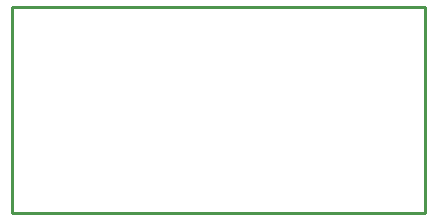
<source format=gko>
G04 Layer: BoardOutline*
G04 EasyEDA v6.4.4, 2020-08-18T00:36:11--7:00*
G04 995102e80ca04af79c8c3c359321127d,ec5ec94f42e349aabe65ed7a530a4b72,10*
G04 Gerber Generator version 0.2*
G04 Scale: 100 percent, Rotated: No, Reflected: No *
G04 Dimensions in millimeters *
G04 leading zeros omitted , absolute positions ,3 integer and 3 decimal *
%FSLAX33Y33*%
%MOMM*%
G90*
G71D02*

%ADD10C,0.254000*%
G54D10*
G01X0Y17499D02*
G01X35000Y17499D01*
G01X35000Y0D01*
G01X0Y0D01*
G01X0Y17499D01*

%LPD*%
M00*
M02*

</source>
